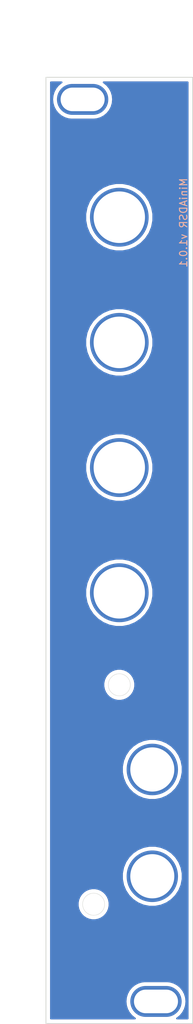
<source format=kicad_pcb>
(kicad_pcb (version 20171130) (host pcbnew 5.1.9+dfsg1-1~bpo10+1)

  (general
    (thickness 1.6)
    (drawings 30)
    (tracks 0)
    (zones 0)
    (modules 7)
    (nets 1)
  )

  (page A4)
  (layers
    (0 F.Cu signal)
    (31 B.Cu signal)
    (32 B.Adhes user)
    (33 F.Adhes user)
    (34 B.Paste user)
    (35 F.Paste user)
    (36 B.SilkS user)
    (37 F.SilkS user)
    (38 B.Mask user)
    (39 F.Mask user)
    (40 Dwgs.User user)
    (41 Cmts.User user)
    (42 Eco1.User user)
    (43 Eco2.User user)
    (44 Edge.Cuts user)
    (45 Margin user)
    (46 B.CrtYd user)
    (47 F.CrtYd user)
    (48 B.Fab user)
    (49 F.Fab user)
  )

  (setup
    (last_trace_width 0.3)
    (user_trace_width 0.45)
    (user_trace_width 0.75)
    (user_trace_width 1)
    (trace_clearance 0.2)
    (zone_clearance 0.508)
    (zone_45_only no)
    (trace_min 0.2)
    (via_size 0.8)
    (via_drill 0.4)
    (via_min_size 0.4)
    (via_min_drill 0.3)
    (uvia_size 0.3)
    (uvia_drill 0.1)
    (uvias_allowed no)
    (uvia_min_size 0.2)
    (uvia_min_drill 0.1)
    (edge_width 0.05)
    (segment_width 0.2)
    (pcb_text_width 0.3)
    (pcb_text_size 1.5 1.5)
    (mod_edge_width 0.12)
    (mod_text_size 1 1)
    (mod_text_width 0.15)
    (pad_size 1.524 1.524)
    (pad_drill 0.762)
    (pad_to_mask_clearance 0)
    (aux_axis_origin 0 0)
    (visible_elements FFFFFF7F)
    (pcbplotparams
      (layerselection 0x3d0f0_ffffffff)
      (usegerberextensions false)
      (usegerberattributes true)
      (usegerberadvancedattributes true)
      (creategerberjobfile true)
      (excludeedgelayer true)
      (linewidth 0.100000)
      (plotframeref false)
      (viasonmask false)
      (mode 1)
      (useauxorigin false)
      (hpglpennumber 1)
      (hpglpenspeed 20)
      (hpglpendiameter 15.000000)
      (psnegative false)
      (psa4output false)
      (plotreference true)
      (plotvalue true)
      (plotinvisibletext false)
      (padsonsilk false)
      (subtractmaskfromsilk false)
      (outputformat 1)
      (mirror false)
      (drillshape 0)
      (scaleselection 1)
      (outputdirectory "MiniADSR v1.0.1 - Front/"))
  )

  (net 0 "")

  (net_class Default "This is the default net class."
    (clearance 0.2)
    (trace_width 0.3)
    (via_dia 0.8)
    (via_drill 0.4)
    (uvia_dia 0.3)
    (uvia_drill 0.1)
  )

  (module benjiaomodular:PanelHole_AudioJack_3.5mm (layer F.Cu) (tedit 61D8AE03) (tstamp 61D8DADE)
    (at 64.5 127.5)
    (fp_text reference REF** (at 0 0.5) (layer F.Fab) hide
      (effects (font (size 1 1) (thickness 0.15)))
    )
    (fp_text value PanelHole_AudioJack_3.5mm (at 0 14) (layer F.Fab) hide
      (effects (font (size 1 1) (thickness 0.15)))
    )
    (fp_line (start -4.5 12.48) (end -4.5 2.08) (layer F.Fab) (width 0.1))
    (fp_line (start 4.5 12.48) (end -4.5 12.48) (layer F.Fab) (width 0.1))
    (fp_line (start 5 12.98) (end -5 12.98) (layer F.CrtYd) (width 0.05))
    (fp_line (start 0 0) (end 0 2.03) (layer F.Fab) (width 0.1))
    (fp_line (start 5 -1.42) (end -5 -1.42) (layer F.CrtYd) (width 0.05))
    (fp_line (start 4.5 2.03) (end -4.5 2.03) (layer F.Fab) (width 0.1))
    (fp_line (start -5 12.98) (end -5 -1.42) (layer F.CrtYd) (width 0.05))
    (fp_line (start 4.5 12.48) (end 4.5 2.08) (layer F.Fab) (width 0.1))
    (fp_line (start 5 12.98) (end 5 -1.42) (layer F.CrtYd) (width 0.05))
    (fp_circle (center 0 6.5) (end 4 6.5) (layer F.Fab) (width 0.12))
    (pad "" thru_hole circle (at 0 6.5 180) (size 7 7) (drill 6) (layers *.Cu *.Mask))
  )

  (module benjiaomodular:PanelHole_Potentiometer_RV09 (layer F.Cu) (tedit 61D85F11) (tstamp 61D8DE60)
    (at 57.5 117.5 90)
    (fp_text reference REF** (at 0 0.5 90) (layer F.SilkS) hide
      (effects (font (size 1 1) (thickness 0.15)))
    )
    (fp_text value PanelHole_Potentiometer_RV09 (at 5.5 10 90) (layer F.Fab) hide
      (effects (font (size 1 1) (thickness 0.15)))
    )
    (fp_circle (center 7.5 2.5) (end 15 2.5) (layer F.Fab) (width 0.12))
    (fp_line (start -1.15 -3.91) (end -1.15 8.91) (layer F.CrtYd) (width 0.05))
    (fp_line (start 12.35 7.25) (end 12.35 -2.25) (layer F.Fab) (width 0.1))
    (fp_line (start 12.6 8.91) (end 12.6 -3.91) (layer F.CrtYd) (width 0.05))
    (fp_line (start 1 7.25) (end 12.35 7.25) (layer F.Fab) (width 0.1))
    (fp_line (start 1 -2.25) (end 12.35 -2.25) (layer F.Fab) (width 0.1))
    (fp_circle (center 7.5 2.5) (end 7.5 -1) (layer F.Fab) (width 0.1))
    (fp_line (start 12.6 -3.91) (end -1.15 -3.91) (layer F.CrtYd) (width 0.05))
    (fp_line (start -1.15 8.91) (end 12.6 8.91) (layer F.CrtYd) (width 0.05))
    (fp_line (start 1 7.25) (end 1 -2.25) (layer F.Fab) (width 0.1))
    (fp_text user REF** (at 0 0.5 90) (layer F.SilkS) hide
      (effects (font (size 1 1) (thickness 0.15)))
    )
    (fp_text user %R (at 7.62 2.54 90) (layer F.Fab)
      (effects (font (size 1 1) (thickness 0.15)))
    )
    (pad "" thru_hole circle (at 7.5 2.5 180) (size 8 8) (drill 7) (layers *.Cu *.Mask))
  )

  (module benjiaomodular:PanelHole_Potentiometer_RV09 (layer F.Cu) (tedit 61D85F11) (tstamp 61D8DE1F)
    (at 57.5 100.5 90)
    (fp_text reference REF** (at 0 0.5 90) (layer F.SilkS) hide
      (effects (font (size 1 1) (thickness 0.15)))
    )
    (fp_text value PanelHole_Potentiometer_RV09 (at 5.5 10 90) (layer F.Fab) hide
      (effects (font (size 1 1) (thickness 0.15)))
    )
    (fp_circle (center 7.5 2.5) (end 15 2.5) (layer F.Fab) (width 0.12))
    (fp_line (start -1.15 -3.91) (end -1.15 8.91) (layer F.CrtYd) (width 0.05))
    (fp_line (start 12.35 7.25) (end 12.35 -2.25) (layer F.Fab) (width 0.1))
    (fp_line (start 12.6 8.91) (end 12.6 -3.91) (layer F.CrtYd) (width 0.05))
    (fp_line (start 1 7.25) (end 12.35 7.25) (layer F.Fab) (width 0.1))
    (fp_line (start 1 -2.25) (end 12.35 -2.25) (layer F.Fab) (width 0.1))
    (fp_circle (center 7.5 2.5) (end 7.5 -1) (layer F.Fab) (width 0.1))
    (fp_line (start 12.6 -3.91) (end -1.15 -3.91) (layer F.CrtYd) (width 0.05))
    (fp_line (start -1.15 8.91) (end 12.6 8.91) (layer F.CrtYd) (width 0.05))
    (fp_line (start 1 7.25) (end 1 -2.25) (layer F.Fab) (width 0.1))
    (fp_text user REF** (at 0 0.5 90) (layer F.SilkS) hide
      (effects (font (size 1 1) (thickness 0.15)))
    )
    (fp_text user %R (at 7.62 2.54 90) (layer F.Fab)
      (effects (font (size 1 1) (thickness 0.15)))
    )
    (pad "" thru_hole circle (at 7.5 2.5 180) (size 8 8) (drill 7) (layers *.Cu *.Mask))
  )

  (module benjiaomodular:PanelHole_Potentiometer_RV09 (layer F.Cu) (tedit 61D85F11) (tstamp 61D8DDDE)
    (at 57.5 83.5 90)
    (fp_text reference REF** (at 0 0.5 90) (layer F.SilkS) hide
      (effects (font (size 1 1) (thickness 0.15)))
    )
    (fp_text value PanelHole_Potentiometer_RV09 (at 5.5 10 90) (layer F.Fab) hide
      (effects (font (size 1 1) (thickness 0.15)))
    )
    (fp_circle (center 7.5 2.5) (end 15 2.5) (layer F.Fab) (width 0.12))
    (fp_line (start -1.15 -3.91) (end -1.15 8.91) (layer F.CrtYd) (width 0.05))
    (fp_line (start 12.35 7.25) (end 12.35 -2.25) (layer F.Fab) (width 0.1))
    (fp_line (start 12.6 8.91) (end 12.6 -3.91) (layer F.CrtYd) (width 0.05))
    (fp_line (start 1 7.25) (end 12.35 7.25) (layer F.Fab) (width 0.1))
    (fp_line (start 1 -2.25) (end 12.35 -2.25) (layer F.Fab) (width 0.1))
    (fp_circle (center 7.5 2.5) (end 7.5 -1) (layer F.Fab) (width 0.1))
    (fp_line (start 12.6 -3.91) (end -1.15 -3.91) (layer F.CrtYd) (width 0.05))
    (fp_line (start -1.15 8.91) (end 12.6 8.91) (layer F.CrtYd) (width 0.05))
    (fp_line (start 1 7.25) (end 1 -2.25) (layer F.Fab) (width 0.1))
    (fp_text user REF** (at 0 0.5 90) (layer F.SilkS) hide
      (effects (font (size 1 1) (thickness 0.15)))
    )
    (fp_text user %R (at 7.62 2.54 90) (layer F.Fab)
      (effects (font (size 1 1) (thickness 0.15)))
    )
    (pad "" thru_hole circle (at 7.5 2.5 180) (size 8 8) (drill 7) (layers *.Cu *.Mask))
  )

  (module benjiaomodular:PanelHole_Potentiometer_RV09 (layer F.Cu) (tedit 61D85F11) (tstamp 61D8DD9D)
    (at 57.5 66.5 90)
    (fp_text reference REF** (at 0 0.5 90) (layer F.SilkS) hide
      (effects (font (size 1 1) (thickness 0.15)))
    )
    (fp_text value PanelHole_Potentiometer_RV09 (at 5.5 10 90) (layer F.Fab) hide
      (effects (font (size 1 1) (thickness 0.15)))
    )
    (fp_circle (center 7.5 2.5) (end 15 2.5) (layer F.Fab) (width 0.12))
    (fp_line (start -1.15 -3.91) (end -1.15 8.91) (layer F.CrtYd) (width 0.05))
    (fp_line (start 12.35 7.25) (end 12.35 -2.25) (layer F.Fab) (width 0.1))
    (fp_line (start 12.6 8.91) (end 12.6 -3.91) (layer F.CrtYd) (width 0.05))
    (fp_line (start 1 7.25) (end 12.35 7.25) (layer F.Fab) (width 0.1))
    (fp_line (start 1 -2.25) (end 12.35 -2.25) (layer F.Fab) (width 0.1))
    (fp_circle (center 7.5 2.5) (end 7.5 -1) (layer F.Fab) (width 0.1))
    (fp_line (start 12.6 -3.91) (end -1.15 -3.91) (layer F.CrtYd) (width 0.05))
    (fp_line (start -1.15 8.91) (end 12.6 8.91) (layer F.CrtYd) (width 0.05))
    (fp_line (start 1 7.25) (end 1 -2.25) (layer F.Fab) (width 0.1))
    (fp_text user REF** (at 0 0.5 90) (layer F.SilkS) hide
      (effects (font (size 1 1) (thickness 0.15)))
    )
    (fp_text user %R (at 7.62 2.54 90) (layer F.Fab)
      (effects (font (size 1 1) (thickness 0.15)))
    )
    (pad "" thru_hole circle (at 7.5 2.5 180) (size 8 8) (drill 7) (layers *.Cu *.Mask))
  )

  (module benjiaomodular:Panel_4HP (layer F.Cu) (tedit 61D8671B) (tstamp 61D8DA20)
    (at 50 40)
    (fp_text reference REF** (at 18 -1) (layer F.Fab) hide
      (effects (font (size 1 1) (thickness 0.15)))
    )
    (fp_text value Panel_4HP (at 4 -1) (layer F.Fab)
      (effects (font (size 1 1) (thickness 0.15)))
    )
    (fp_line (start 20 128.5) (end 0 128.5) (layer Dwgs.User) (width 0.12))
    (fp_line (start 0 115.5) (end 20 115.5) (layer Dwgs.User) (width 0.12))
    (fp_line (start 0 3) (end 20 3) (layer Dwgs.User) (width 0.12))
    (fp_line (start 20 0) (end 20 128.5) (layer Dwgs.User) (width 0.12))
    (fp_line (start 0 0) (end 20 0) (layer Dwgs.User) (width 0.12))
    (fp_line (start 0 13) (end 20 13) (layer Dwgs.User) (width 0.12))
    (fp_line (start 0 125.5) (end 20 125.5) (layer Dwgs.User) (width 0.12))
    (fp_line (start 0 128.5) (end 0 0) (layer Dwgs.User) (width 0.12))
    (fp_text user REF** (at 5.5 3.5) (layer F.SilkS) hide
      (effects (font (size 1 1) (thickness 0.15)))
    )
    (pad 1 thru_hole oval (at 15 125.5) (size 7 4.2) (drill oval 6 3.2) (layers *.Cu *.Mask))
    (pad 1 thru_hole oval (at 5 3) (size 7 4.2) (drill oval 6 3.2) (layers *.Cu *.Mask))
  )

  (module benjiaomodular:PanelHole_AudioJack_3.5mm (layer F.Cu) (tedit 61D861E6) (tstamp 61D8D80A)
    (at 64.5 142)
    (fp_text reference REF** (at 0 0.5) (layer F.Fab) hide
      (effects (font (size 1 1) (thickness 0.15)))
    )
    (fp_text value PanelHole_AudioJack_3.5mm (at 0 14) (layer F.Fab) hide
      (effects (font (size 1 1) (thickness 0.15)))
    )
    (fp_line (start -4.5 12.48) (end -4.5 2.08) (layer F.Fab) (width 0.1))
    (fp_line (start 4.5 12.48) (end -4.5 12.48) (layer F.Fab) (width 0.1))
    (fp_line (start 5 12.98) (end -5 12.98) (layer F.CrtYd) (width 0.05))
    (fp_line (start 0 0) (end 0 2.03) (layer F.Fab) (width 0.1))
    (fp_line (start 5 -1.42) (end -5 -1.42) (layer F.CrtYd) (width 0.05))
    (fp_line (start 4.5 2.03) (end -4.5 2.03) (layer F.Fab) (width 0.1))
    (fp_line (start -5 12.98) (end -5 -1.42) (layer F.CrtYd) (width 0.05))
    (fp_line (start 4.5 12.48) (end 4.5 2.08) (layer F.Fab) (width 0.1))
    (fp_line (start 5 12.98) (end 5 -1.42) (layer F.CrtYd) (width 0.05))
    (fp_circle (center 0 6.5) (end 4 6.5) (layer F.Fab) (width 0.12))
    (pad "" thru_hole circle (at 0 6.5 180) (size 7 7) (drill 6) (layers *.Cu *.Mask))
  )

  (gr_text "MiniADSR v1.0.1" (at 68.75 59.75 90) (layer B.SilkS)
    (effects (font (size 1 1) (thickness 0.15)) (justify mirror))
  )
  (dimension 9 (width 0.15) (layer Dwgs.User)
    (gr_text "9.000 mm" (at 47.4 164 90) (layer Dwgs.User)
      (effects (font (size 1 1) (thickness 0.15)))
    )
    (feature1 (pts (xy 68.9 159.5) (xy 48.113579 159.5)))
    (feature2 (pts (xy 68.9 168.5) (xy 48.113579 168.5)))
    (crossbar (pts (xy 48.7 168.5) (xy 48.7 159.5)))
    (arrow1a (pts (xy 48.7 159.5) (xy 49.286421 160.626504)))
    (arrow1b (pts (xy 48.7 159.5) (xy 48.113579 160.626504)))
    (arrow2a (pts (xy 48.7 168.5) (xy 49.286421 167.373496)))
    (arrow2b (pts (xy 48.7 168.5) (xy 48.113579 167.373496)))
  )
  (gr_text @benjiaomodular (at 60.1 159.5) (layer F.Mask)
    (effects (font (size 1.25 1.25) (thickness 0.15)))
  )
  (gr_circle (center 60 122.5) (end 61.5 122.5) (layer Edge.Cuts) (width 0.05))
  (dimension 10 (width 0.15) (layer Dwgs.User)
    (gr_text "10.000 mm" (at 55 119.2) (layer Dwgs.User)
      (effects (font (size 1 1) (thickness 0.15)))
    )
    (feature1 (pts (xy 60 122.5) (xy 60 119.913579)))
    (feature2 (pts (xy 50 122.5) (xy 50 119.913579)))
    (crossbar (pts (xy 50 120.5) (xy 60 120.5)))
    (arrow1a (pts (xy 60 120.5) (xy 58.873496 121.086421)))
    (arrow1b (pts (xy 60 120.5) (xy 58.873496 119.913579)))
    (arrow2a (pts (xy 50 120.5) (xy 51.126504 121.086421)))
    (arrow2b (pts (xy 50 120.5) (xy 51.126504 119.913579)))
  )
  (gr_circle (center 64.5 148.5) (end 68.50125 148.5) (layer F.Mask) (width 1.5))
  (gr_line (start 60 100.7) (end 60 102.3) (layer F.Mask) (width 0.6) (tstamp 61D8CC95))
  (gr_line (start 60 83.7) (end 60 85.3) (layer F.Mask) (width 0.6) (tstamp 61D8CC95))
  (gr_line (start 60 66.7) (end 60 68.3) (layer F.Mask) (width 0.6))
  (gr_line (start 58.1 151.6) (end 60.5 150.4) (layer F.Mask) (width 0.6))
  (gr_circle (center 56.5 152.3) (end 58 152.3) (layer Edge.Cuts) (width 0.05))
  (dimension 6.5 (width 0.15) (layer Dwgs.User)
    (gr_text "6.500 mm" (at 53.25 159.7) (layer Dwgs.User)
      (effects (font (size 1 1) (thickness 0.15)))
    )
    (feature1 (pts (xy 56.5 152.3) (xy 56.5 158.986421)))
    (feature2 (pts (xy 50 152.3) (xy 50 158.986421)))
    (crossbar (pts (xy 50 158.4) (xy 56.5 158.4)))
    (arrow1a (pts (xy 56.5 158.4) (xy 55.373496 158.986421)))
    (arrow1b (pts (xy 56.5 158.4) (xy 55.373496 157.813579)))
    (arrow2a (pts (xy 50 158.4) (xy 51.126504 158.986421)))
    (arrow2b (pts (xy 50 158.4) (xy 51.126504 157.813579)))
  )
  (gr_circle (center 64.5 148.5) (end 68.5 148.5) (layer Dwgs.User) (width 0.15))
  (gr_circle (center 64.5 134) (end 68.5 134) (layer Dwgs.User) (width 0.15) (tstamp 61D99A47))
  (gr_text IN (at 64.525 127.925) (layer F.Mask) (tstamp 61DA5A21)
    (effects (font (size 2 2) (thickness 0.4)))
  )
  (gr_text OUT (at 64.475 142.15) (layer F.Mask)
    (effects (font (size 2 2) (thickness 0.4)))
  )
  (gr_text MiniADSR (at 59.75 48.5) (layer F.Mask)
    (effects (font (size 2 2) (thickness 0.3)))
  )
  (gr_circle (center 60 110) (end 67.566373 110) (layer F.Mask) (width 0.45) (tstamp 61D8FA5E))
  (gr_circle (center 60 93) (end 67.566373 93) (layer F.Mask) (width 0.45) (tstamp 61D8FA5E))
  (gr_circle (center 60 76) (end 67.566373 76) (layer F.Mask) (width 0.45) (tstamp 61D8FA5E))
  (gr_circle (center 60 59) (end 67.566373 59) (layer F.Mask) (width 0.45))
  (gr_text A (at 53.5 67) (layer F.Mask) (tstamp 61D8F630)
    (effects (font (size 2 2) (thickness 0.24)))
  )
  (gr_text S (at 53.5 101) (layer F.Mask)
    (effects (font (size 2 2) (thickness 0.24)))
  )
  (gr_text R (at 53.5 118) (layer F.Mask)
    (effects (font (size 2 2) (thickness 0.24)))
  )
  (gr_text D (at 53.5 84) (layer F.Mask)
    (effects (font (size 2 2) (thickness 0.24)))
  )
  (dimension 7.5 (width 0.15) (layer Dwgs.User)
    (gr_text "7.500 mm" (at 53.75 30.2) (layer Dwgs.User)
      (effects (font (size 1 1) (thickness 0.15)))
    )
    (feature1 (pts (xy 50 66.5) (xy 50 30.913579)))
    (feature2 (pts (xy 57.5 66.5) (xy 57.5 30.913579)))
    (crossbar (pts (xy 57.5 31.5) (xy 50 31.5)))
    (arrow1a (pts (xy 50 31.5) (xy 51.126504 30.913579)))
    (arrow1b (pts (xy 50 31.5) (xy 51.126504 32.086421)))
    (arrow2a (pts (xy 57.5 31.5) (xy 56.373496 30.913579)))
    (arrow2b (pts (xy 57.5 31.5) (xy 56.373496 32.086421)))
  )
  (gr_line (start 70 40) (end 70 168.5) (layer Edge.Cuts) (width 0.1))
  (gr_line (start 50 40) (end 70 40) (layer Edge.Cuts) (width 0.1))
  (gr_line (start 50 168.5) (end 50 40) (layer Edge.Cuts) (width 0.1))
  (gr_line (start 70 168.5) (end 50 168.5) (layer Edge.Cuts) (width 0.1))

  (zone (net 0) (net_name "") (layer F.Cu) (tstamp 61F96AC5) (hatch edge 0.508)
    (connect_pads (clearance 0.508))
    (min_thickness 0.254)
    (fill yes (arc_segments 32) (thermal_gap 0.508) (thermal_bridge_width 0.508))
    (polygon
      (pts
        (xy 69.5 168) (xy 50.5 168) (xy 50.5 40.5) (xy 69.5 40.5)
      )
    )
    (filled_polygon
      (pts
        (xy 52.073164 40.714928) (xy 51.656706 41.056706) (xy 51.314928 41.473164) (xy 51.060964 41.948297) (xy 50.904574 42.463846)
        (xy 50.851767 43) (xy 50.904574 43.536154) (xy 51.060964 44.051703) (xy 51.314928 44.526836) (xy 51.656706 44.943294)
        (xy 52.073164 45.285072) (xy 52.548297 45.539036) (xy 53.063846 45.695426) (xy 53.465644 45.735) (xy 56.534356 45.735)
        (xy 56.936154 45.695426) (xy 57.451703 45.539036) (xy 57.926836 45.285072) (xy 58.343294 44.943294) (xy 58.685072 44.526836)
        (xy 58.939036 44.051703) (xy 59.095426 43.536154) (xy 59.148233 43) (xy 59.095426 42.463846) (xy 58.939036 41.948297)
        (xy 58.685072 41.473164) (xy 58.343294 41.056706) (xy 57.926836 40.714928) (xy 57.870845 40.685) (xy 69.315 40.685)
        (xy 69.315001 167.815) (xy 67.870845 167.815) (xy 67.926836 167.785072) (xy 68.343294 167.443294) (xy 68.685072 167.026836)
        (xy 68.939036 166.551703) (xy 69.095426 166.036154) (xy 69.148233 165.5) (xy 69.095426 164.963846) (xy 68.939036 164.448297)
        (xy 68.685072 163.973164) (xy 68.343294 163.556706) (xy 67.926836 163.214928) (xy 67.451703 162.960964) (xy 66.936154 162.804574)
        (xy 66.534356 162.765) (xy 63.465644 162.765) (xy 63.063846 162.804574) (xy 62.548297 162.960964) (xy 62.073164 163.214928)
        (xy 61.656706 163.556706) (xy 61.314928 163.973164) (xy 61.060964 164.448297) (xy 60.904574 164.963846) (xy 60.851767 165.5)
        (xy 60.904574 166.036154) (xy 61.060964 166.551703) (xy 61.314928 167.026836) (xy 61.656706 167.443294) (xy 62.073164 167.785072)
        (xy 62.129155 167.815) (xy 50.685 167.815) (xy 50.685 152.086323) (xy 54.330497 152.086323) (xy 54.330497 152.513677)
        (xy 54.41387 152.932821) (xy 54.577412 153.327645) (xy 54.814837 153.682977) (xy 55.117023 153.985163) (xy 55.472355 154.222588)
        (xy 55.867179 154.38613) (xy 56.286323 154.469503) (xy 56.713677 154.469503) (xy 57.132821 154.38613) (xy 57.527645 154.222588)
        (xy 57.882977 153.985163) (xy 58.185163 153.682977) (xy 58.422588 153.327645) (xy 58.58613 152.932821) (xy 58.669503 152.513677)
        (xy 58.669503 152.086323) (xy 58.58613 151.667179) (xy 58.422588 151.272355) (xy 58.185163 150.917023) (xy 57.882977 150.614837)
        (xy 57.527645 150.377412) (xy 57.132821 150.21387) (xy 56.713677 150.130497) (xy 56.286323 150.130497) (xy 55.867179 150.21387)
        (xy 55.472355 150.377412) (xy 55.117023 150.614837) (xy 54.814837 150.917023) (xy 54.577412 151.272355) (xy 54.41387 151.667179)
        (xy 54.330497 152.086323) (xy 50.685 152.086323) (xy 50.685 148.092738) (xy 60.365 148.092738) (xy 60.365 148.907262)
        (xy 60.523906 149.706135) (xy 60.835611 150.458657) (xy 61.288136 151.135909) (xy 61.864091 151.711864) (xy 62.541343 152.164389)
        (xy 63.293865 152.476094) (xy 64.092738 152.635) (xy 64.907262 152.635) (xy 65.706135 152.476094) (xy 66.458657 152.164389)
        (xy 67.135909 151.711864) (xy 67.711864 151.135909) (xy 68.164389 150.458657) (xy 68.476094 149.706135) (xy 68.635 148.907262)
        (xy 68.635 148.092738) (xy 68.476094 147.293865) (xy 68.164389 146.541343) (xy 67.711864 145.864091) (xy 67.135909 145.288136)
        (xy 66.458657 144.835611) (xy 65.706135 144.523906) (xy 64.907262 144.365) (xy 64.092738 144.365) (xy 63.293865 144.523906)
        (xy 62.541343 144.835611) (xy 61.864091 145.288136) (xy 61.288136 145.864091) (xy 60.835611 146.541343) (xy 60.523906 147.293865)
        (xy 60.365 148.092738) (xy 50.685 148.092738) (xy 50.685 133.592738) (xy 60.365 133.592738) (xy 60.365 134.407262)
        (xy 60.523906 135.206135) (xy 60.835611 135.958657) (xy 61.288136 136.635909) (xy 61.864091 137.211864) (xy 62.541343 137.664389)
        (xy 63.293865 137.976094) (xy 64.092738 138.135) (xy 64.907262 138.135) (xy 65.706135 137.976094) (xy 66.458657 137.664389)
        (xy 67.135909 137.211864) (xy 67.711864 136.635909) (xy 68.164389 135.958657) (xy 68.476094 135.206135) (xy 68.635 134.407262)
        (xy 68.635 133.592738) (xy 68.476094 132.793865) (xy 68.164389 132.041343) (xy 67.711864 131.364091) (xy 67.135909 130.788136)
        (xy 66.458657 130.335611) (xy 65.706135 130.023906) (xy 64.907262 129.865) (xy 64.092738 129.865) (xy 63.293865 130.023906)
        (xy 62.541343 130.335611) (xy 61.864091 130.788136) (xy 61.288136 131.364091) (xy 60.835611 132.041343) (xy 60.523906 132.793865)
        (xy 60.365 133.592738) (xy 50.685 133.592738) (xy 50.685 122.286323) (xy 57.830497 122.286323) (xy 57.830497 122.713677)
        (xy 57.91387 123.132821) (xy 58.077412 123.527645) (xy 58.314837 123.882977) (xy 58.617023 124.185163) (xy 58.972355 124.422588)
        (xy 59.367179 124.58613) (xy 59.786323 124.669503) (xy 60.213677 124.669503) (xy 60.632821 124.58613) (xy 61.027645 124.422588)
        (xy 61.382977 124.185163) (xy 61.685163 123.882977) (xy 61.922588 123.527645) (xy 62.08613 123.132821) (xy 62.169503 122.713677)
        (xy 62.169503 122.286323) (xy 62.08613 121.867179) (xy 61.922588 121.472355) (xy 61.685163 121.117023) (xy 61.382977 120.814837)
        (xy 61.027645 120.577412) (xy 60.632821 120.41387) (xy 60.213677 120.330497) (xy 59.786323 120.330497) (xy 59.367179 120.41387)
        (xy 58.972355 120.577412) (xy 58.617023 120.814837) (xy 58.314837 121.117023) (xy 58.077412 121.472355) (xy 57.91387 121.867179)
        (xy 57.830497 122.286323) (xy 50.685 122.286323) (xy 50.685 109.543492) (xy 55.365 109.543492) (xy 55.365 110.456508)
        (xy 55.54312 111.35198) (xy 55.892516 112.195496) (xy 56.39976 112.95464) (xy 57.04536 113.60024) (xy 57.804504 114.107484)
        (xy 58.64802 114.45688) (xy 59.543492 114.635) (xy 60.456508 114.635) (xy 61.35198 114.45688) (xy 62.195496 114.107484)
        (xy 62.95464 113.60024) (xy 63.60024 112.95464) (xy 64.107484 112.195496) (xy 64.45688 111.35198) (xy 64.635 110.456508)
        (xy 64.635 109.543492) (xy 64.45688 108.64802) (xy 64.107484 107.804504) (xy 63.60024 107.04536) (xy 62.95464 106.39976)
        (xy 62.195496 105.892516) (xy 61.35198 105.54312) (xy 60.456508 105.365) (xy 59.543492 105.365) (xy 58.64802 105.54312)
        (xy 57.804504 105.892516) (xy 57.04536 106.39976) (xy 56.39976 107.04536) (xy 55.892516 107.804504) (xy 55.54312 108.64802)
        (xy 55.365 109.543492) (xy 50.685 109.543492) (xy 50.685 92.543492) (xy 55.365 92.543492) (xy 55.365 93.456508)
        (xy 55.54312 94.35198) (xy 55.892516 95.195496) (xy 56.39976 95.95464) (xy 57.04536 96.60024) (xy 57.804504 97.107484)
        (xy 58.64802 97.45688) (xy 59.543492 97.635) (xy 60.456508 97.635) (xy 61.35198 97.45688) (xy 62.195496 97.107484)
        (xy 62.95464 96.60024) (xy 63.60024 95.95464) (xy 64.107484 95.195496) (xy 64.45688 94.35198) (xy 64.635 93.456508)
        (xy 64.635 92.543492) (xy 64.45688 91.64802) (xy 64.107484 90.804504) (xy 63.60024 90.04536) (xy 62.95464 89.39976)
        (xy 62.195496 88.892516) (xy 61.35198 88.54312) (xy 60.456508 88.365) (xy 59.543492 88.365) (xy 58.64802 88.54312)
        (xy 57.804504 88.892516) (xy 57.04536 89.39976) (xy 56.39976 90.04536) (xy 55.892516 90.804504) (xy 55.54312 91.64802)
        (xy 55.365 92.543492) (xy 50.685 92.543492) (xy 50.685 75.543492) (xy 55.365 75.543492) (xy 55.365 76.456508)
        (xy 55.54312 77.35198) (xy 55.892516 78.195496) (xy 56.39976 78.95464) (xy 57.04536 79.60024) (xy 57.804504 80.107484)
        (xy 58.64802 80.45688) (xy 59.543492 80.635) (xy 60.456508 80.635) (xy 61.35198 80.45688) (xy 62.195496 80.107484)
        (xy 62.95464 79.60024) (xy 63.60024 78.95464) (xy 64.107484 78.195496) (xy 64.45688 77.35198) (xy 64.635 76.456508)
        (xy 64.635 75.543492) (xy 64.45688 74.64802) (xy 64.107484 73.804504) (xy 63.60024 73.04536) (xy 62.95464 72.39976)
        (xy 62.195496 71.892516) (xy 61.35198 71.54312) (xy 60.456508 71.365) (xy 59.543492 71.365) (xy 58.64802 71.54312)
        (xy 57.804504 71.892516) (xy 57.04536 72.39976) (xy 56.39976 73.04536) (xy 55.892516 73.804504) (xy 55.54312 74.64802)
        (xy 55.365 75.543492) (xy 50.685 75.543492) (xy 50.685 58.543492) (xy 55.365 58.543492) (xy 55.365 59.456508)
        (xy 55.54312 60.35198) (xy 55.892516 61.195496) (xy 56.39976 61.95464) (xy 57.04536 62.60024) (xy 57.804504 63.107484)
        (xy 58.64802 63.45688) (xy 59.543492 63.635) (xy 60.456508 63.635) (xy 61.35198 63.45688) (xy 62.195496 63.107484)
        (xy 62.95464 62.60024) (xy 63.60024 61.95464) (xy 64.107484 61.195496) (xy 64.45688 60.35198) (xy 64.635 59.456508)
        (xy 64.635 58.543492) (xy 64.45688 57.64802) (xy 64.107484 56.804504) (xy 63.60024 56.04536) (xy 62.95464 55.39976)
        (xy 62.195496 54.892516) (xy 61.35198 54.54312) (xy 60.456508 54.365) (xy 59.543492 54.365) (xy 58.64802 54.54312)
        (xy 57.804504 54.892516) (xy 57.04536 55.39976) (xy 56.39976 56.04536) (xy 55.892516 56.804504) (xy 55.54312 57.64802)
        (xy 55.365 58.543492) (xy 50.685 58.543492) (xy 50.685 40.685) (xy 52.129155 40.685)
      )
    )
  )
  (zone (net 0) (net_name "") (layer B.Cu) (tstamp 61F96AC2) (hatch edge 0.508)
    (connect_pads (clearance 0.508))
    (min_thickness 0.254)
    (fill yes (arc_segments 32) (thermal_gap 0.508) (thermal_bridge_width 0.508))
    (polygon
      (pts
        (xy 69.5 168) (xy 50.5 168) (xy 50.5 40.5) (xy 69.5 40.5)
      )
    )
    (filled_polygon
      (pts
        (xy 52.073164 40.714928) (xy 51.656706 41.056706) (xy 51.314928 41.473164) (xy 51.060964 41.948297) (xy 50.904574 42.463846)
        (xy 50.851767 43) (xy 50.904574 43.536154) (xy 51.060964 44.051703) (xy 51.314928 44.526836) (xy 51.656706 44.943294)
        (xy 52.073164 45.285072) (xy 52.548297 45.539036) (xy 53.063846 45.695426) (xy 53.465644 45.735) (xy 56.534356 45.735)
        (xy 56.936154 45.695426) (xy 57.451703 45.539036) (xy 57.926836 45.285072) (xy 58.343294 44.943294) (xy 58.685072 44.526836)
        (xy 58.939036 44.051703) (xy 59.095426 43.536154) (xy 59.148233 43) (xy 59.095426 42.463846) (xy 58.939036 41.948297)
        (xy 58.685072 41.473164) (xy 58.343294 41.056706) (xy 57.926836 40.714928) (xy 57.870845 40.685) (xy 69.315 40.685)
        (xy 69.315001 167.815) (xy 67.870845 167.815) (xy 67.926836 167.785072) (xy 68.343294 167.443294) (xy 68.685072 167.026836)
        (xy 68.939036 166.551703) (xy 69.095426 166.036154) (xy 69.148233 165.5) (xy 69.095426 164.963846) (xy 68.939036 164.448297)
        (xy 68.685072 163.973164) (xy 68.343294 163.556706) (xy 67.926836 163.214928) (xy 67.451703 162.960964) (xy 66.936154 162.804574)
        (xy 66.534356 162.765) (xy 63.465644 162.765) (xy 63.063846 162.804574) (xy 62.548297 162.960964) (xy 62.073164 163.214928)
        (xy 61.656706 163.556706) (xy 61.314928 163.973164) (xy 61.060964 164.448297) (xy 60.904574 164.963846) (xy 60.851767 165.5)
        (xy 60.904574 166.036154) (xy 61.060964 166.551703) (xy 61.314928 167.026836) (xy 61.656706 167.443294) (xy 62.073164 167.785072)
        (xy 62.129155 167.815) (xy 50.685 167.815) (xy 50.685 152.086323) (xy 54.330497 152.086323) (xy 54.330497 152.513677)
        (xy 54.41387 152.932821) (xy 54.577412 153.327645) (xy 54.814837 153.682977) (xy 55.117023 153.985163) (xy 55.472355 154.222588)
        (xy 55.867179 154.38613) (xy 56.286323 154.469503) (xy 56.713677 154.469503) (xy 57.132821 154.38613) (xy 57.527645 154.222588)
        (xy 57.882977 153.985163) (xy 58.185163 153.682977) (xy 58.422588 153.327645) (xy 58.58613 152.932821) (xy 58.669503 152.513677)
        (xy 58.669503 152.086323) (xy 58.58613 151.667179) (xy 58.422588 151.272355) (xy 58.185163 150.917023) (xy 57.882977 150.614837)
        (xy 57.527645 150.377412) (xy 57.132821 150.21387) (xy 56.713677 150.130497) (xy 56.286323 150.130497) (xy 55.867179 150.21387)
        (xy 55.472355 150.377412) (xy 55.117023 150.614837) (xy 54.814837 150.917023) (xy 54.577412 151.272355) (xy 54.41387 151.667179)
        (xy 54.330497 152.086323) (xy 50.685 152.086323) (xy 50.685 148.092738) (xy 60.365 148.092738) (xy 60.365 148.907262)
        (xy 60.523906 149.706135) (xy 60.835611 150.458657) (xy 61.288136 151.135909) (xy 61.864091 151.711864) (xy 62.541343 152.164389)
        (xy 63.293865 152.476094) (xy 64.092738 152.635) (xy 64.907262 152.635) (xy 65.706135 152.476094) (xy 66.458657 152.164389)
        (xy 67.135909 151.711864) (xy 67.711864 151.135909) (xy 68.164389 150.458657) (xy 68.476094 149.706135) (xy 68.635 148.907262)
        (xy 68.635 148.092738) (xy 68.476094 147.293865) (xy 68.164389 146.541343) (xy 67.711864 145.864091) (xy 67.135909 145.288136)
        (xy 66.458657 144.835611) (xy 65.706135 144.523906) (xy 64.907262 144.365) (xy 64.092738 144.365) (xy 63.293865 144.523906)
        (xy 62.541343 144.835611) (xy 61.864091 145.288136) (xy 61.288136 145.864091) (xy 60.835611 146.541343) (xy 60.523906 147.293865)
        (xy 60.365 148.092738) (xy 50.685 148.092738) (xy 50.685 133.592738) (xy 60.365 133.592738) (xy 60.365 134.407262)
        (xy 60.523906 135.206135) (xy 60.835611 135.958657) (xy 61.288136 136.635909) (xy 61.864091 137.211864) (xy 62.541343 137.664389)
        (xy 63.293865 137.976094) (xy 64.092738 138.135) (xy 64.907262 138.135) (xy 65.706135 137.976094) (xy 66.458657 137.664389)
        (xy 67.135909 137.211864) (xy 67.711864 136.635909) (xy 68.164389 135.958657) (xy 68.476094 135.206135) (xy 68.635 134.407262)
        (xy 68.635 133.592738) (xy 68.476094 132.793865) (xy 68.164389 132.041343) (xy 67.711864 131.364091) (xy 67.135909 130.788136)
        (xy 66.458657 130.335611) (xy 65.706135 130.023906) (xy 64.907262 129.865) (xy 64.092738 129.865) (xy 63.293865 130.023906)
        (xy 62.541343 130.335611) (xy 61.864091 130.788136) (xy 61.288136 131.364091) (xy 60.835611 132.041343) (xy 60.523906 132.793865)
        (xy 60.365 133.592738) (xy 50.685 133.592738) (xy 50.685 122.286323) (xy 57.830497 122.286323) (xy 57.830497 122.713677)
        (xy 57.91387 123.132821) (xy 58.077412 123.527645) (xy 58.314837 123.882977) (xy 58.617023 124.185163) (xy 58.972355 124.422588)
        (xy 59.367179 124.58613) (xy 59.786323 124.669503) (xy 60.213677 124.669503) (xy 60.632821 124.58613) (xy 61.027645 124.422588)
        (xy 61.382977 124.185163) (xy 61.685163 123.882977) (xy 61.922588 123.527645) (xy 62.08613 123.132821) (xy 62.169503 122.713677)
        (xy 62.169503 122.286323) (xy 62.08613 121.867179) (xy 61.922588 121.472355) (xy 61.685163 121.117023) (xy 61.382977 120.814837)
        (xy 61.027645 120.577412) (xy 60.632821 120.41387) (xy 60.213677 120.330497) (xy 59.786323 120.330497) (xy 59.367179 120.41387)
        (xy 58.972355 120.577412) (xy 58.617023 120.814837) (xy 58.314837 121.117023) (xy 58.077412 121.472355) (xy 57.91387 121.867179)
        (xy 57.830497 122.286323) (xy 50.685 122.286323) (xy 50.685 109.543492) (xy 55.365 109.543492) (xy 55.365 110.456508)
        (xy 55.54312 111.35198) (xy 55.892516 112.195496) (xy 56.39976 112.95464) (xy 57.04536 113.60024) (xy 57.804504 114.107484)
        (xy 58.64802 114.45688) (xy 59.543492 114.635) (xy 60.456508 114.635) (xy 61.35198 114.45688) (xy 62.195496 114.107484)
        (xy 62.95464 113.60024) (xy 63.60024 112.95464) (xy 64.107484 112.195496) (xy 64.45688 111.35198) (xy 64.635 110.456508)
        (xy 64.635 109.543492) (xy 64.45688 108.64802) (xy 64.107484 107.804504) (xy 63.60024 107.04536) (xy 62.95464 106.39976)
        (xy 62.195496 105.892516) (xy 61.35198 105.54312) (xy 60.456508 105.365) (xy 59.543492 105.365) (xy 58.64802 105.54312)
        (xy 57.804504 105.892516) (xy 57.04536 106.39976) (xy 56.39976 107.04536) (xy 55.892516 107.804504) (xy 55.54312 108.64802)
        (xy 55.365 109.543492) (xy 50.685 109.543492) (xy 50.685 92.543492) (xy 55.365 92.543492) (xy 55.365 93.456508)
        (xy 55.54312 94.35198) (xy 55.892516 95.195496) (xy 56.39976 95.95464) (xy 57.04536 96.60024) (xy 57.804504 97.107484)
        (xy 58.64802 97.45688) (xy 59.543492 97.635) (xy 60.456508 97.635) (xy 61.35198 97.45688) (xy 62.195496 97.107484)
        (xy 62.95464 96.60024) (xy 63.60024 95.95464) (xy 64.107484 95.195496) (xy 64.45688 94.35198) (xy 64.635 93.456508)
        (xy 64.635 92.543492) (xy 64.45688 91.64802) (xy 64.107484 90.804504) (xy 63.60024 90.04536) (xy 62.95464 89.39976)
        (xy 62.195496 88.892516) (xy 61.35198 88.54312) (xy 60.456508 88.365) (xy 59.543492 88.365) (xy 58.64802 88.54312)
        (xy 57.804504 88.892516) (xy 57.04536 89.39976) (xy 56.39976 90.04536) (xy 55.892516 90.804504) (xy 55.54312 91.64802)
        (xy 55.365 92.543492) (xy 50.685 92.543492) (xy 50.685 75.543492) (xy 55.365 75.543492) (xy 55.365 76.456508)
        (xy 55.54312 77.35198) (xy 55.892516 78.195496) (xy 56.39976 78.95464) (xy 57.04536 79.60024) (xy 57.804504 80.107484)
        (xy 58.64802 80.45688) (xy 59.543492 80.635) (xy 60.456508 80.635) (xy 61.35198 80.45688) (xy 62.195496 80.107484)
        (xy 62.95464 79.60024) (xy 63.60024 78.95464) (xy 64.107484 78.195496) (xy 64.45688 77.35198) (xy 64.635 76.456508)
        (xy 64.635 75.543492) (xy 64.45688 74.64802) (xy 64.107484 73.804504) (xy 63.60024 73.04536) (xy 62.95464 72.39976)
        (xy 62.195496 71.892516) (xy 61.35198 71.54312) (xy 60.456508 71.365) (xy 59.543492 71.365) (xy 58.64802 71.54312)
        (xy 57.804504 71.892516) (xy 57.04536 72.39976) (xy 56.39976 73.04536) (xy 55.892516 73.804504) (xy 55.54312 74.64802)
        (xy 55.365 75.543492) (xy 50.685 75.543492) (xy 50.685 58.543492) (xy 55.365 58.543492) (xy 55.365 59.456508)
        (xy 55.54312 60.35198) (xy 55.892516 61.195496) (xy 56.39976 61.95464) (xy 57.04536 62.60024) (xy 57.804504 63.107484)
        (xy 58.64802 63.45688) (xy 59.543492 63.635) (xy 60.456508 63.635) (xy 61.35198 63.45688) (xy 62.195496 63.107484)
        (xy 62.95464 62.60024) (xy 63.60024 61.95464) (xy 64.107484 61.195496) (xy 64.45688 60.35198) (xy 64.635 59.456508)
        (xy 64.635 58.543492) (xy 64.45688 57.64802) (xy 64.107484 56.804504) (xy 63.60024 56.04536) (xy 62.95464 55.39976)
        (xy 62.195496 54.892516) (xy 61.35198 54.54312) (xy 60.456508 54.365) (xy 59.543492 54.365) (xy 58.64802 54.54312)
        (xy 57.804504 54.892516) (xy 57.04536 55.39976) (xy 56.39976 56.04536) (xy 55.892516 56.804504) (xy 55.54312 57.64802)
        (xy 55.365 58.543492) (xy 50.685 58.543492) (xy 50.685 40.685) (xy 52.129155 40.685)
      )
    )
  )
)

</source>
